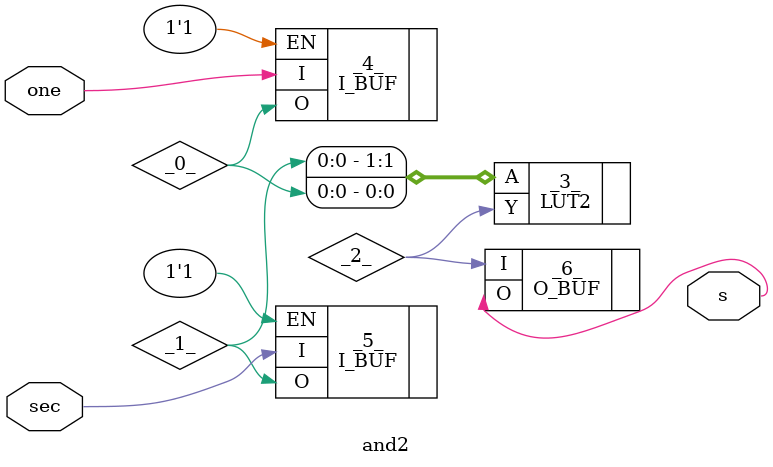
<source format=v>
/* Generated by Yosys 0.38 (git sha1 6c475f1f1, gcc 11.2.1 -fPIC -Os) */

module and2(one, sec, s);
  input one;
  output s;
  input sec;
  wire _0_;
  wire _1_;
  wire _2_;
  wire one;
  wire s;
  wire sec;
  LUT2 #(
    .INIT_VALUE(4'b1000)
  ) _3_ (
    .A({ _1_, _0_ }),
    .Y(_2_)
  );
  I_BUF #(
    .WEAK_KEEPER("NONE")
  ) _4_ (
    .EN(1'b1),
    .I(one),
    .O(_0_)
  );
  I_BUF #(
    .WEAK_KEEPER("NONE")
  ) _5_ (
    .EN(1'b1),
    .I(sec),
    .O(_1_)
  );
  O_BUF _6_ (
    .I(_2_),
    .O(s)
  );
endmodule

</source>
